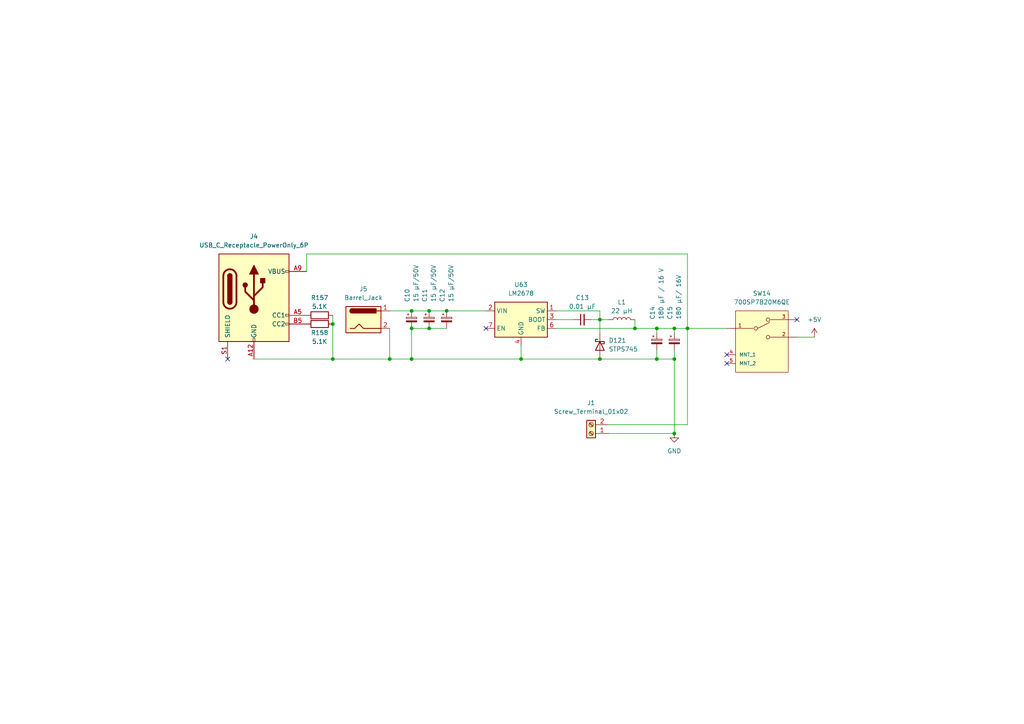
<source format=kicad_sch>
(kicad_sch (version 20230121) (generator eeschema)
  (paper "A4")
  (title_block (title "Power Delivery") (date "2023-07-19") (rev "1"))
  (lib_symbols
    (symbol "Connector:Barrel_Jack" (pin_names (offset 1.016))
      (property "Reference" "J" (at 0 5.334 0))
      (property "Value" "Barrel_Jack" (at 0 -5.08 0))
      (symbol "Barrel_Jack_0_1"
        (rectangle (start -5.08 3.81) (end 5.08 -3.81) (stroke (width 0.254)) (fill (type background)))
        (arc (start -3.302 3.175) (mid -3.9343 2.54) (end -3.302 1.905) (stroke (width 0.254)))
        (arc (start -3.302 3.175) (mid -3.9343 2.54) (end -3.302 1.905) (stroke (width 0.254)) (fill (type outline)))
        (polyline (pts (xy 5.08 2.54) (xy 3.81 2.54)) (stroke (width 0.254)))
        (polyline (pts (xy -3.81 -2.54) (xy -2.54 -2.54) (xy -1.27 -1.27) (xy 0 -2.54) (xy 2.54 -2.54) (xy 5.08 -2.54)) (stroke (width 0.254)))
        (rectangle (start 3.683 3.175) (end -3.302 1.905) (stroke (width 0.254)) (fill (type outline)))
      )
      (symbol "Barrel_Jack_1_1"
        (pin passive line (at 7.62 2.54 180) (length 2.54) (name "~") (number "1"))
        (pin passive line (at 7.62 -2.54 180) (length 2.54) (name "~") (number "2"))
      )
    )
    (symbol "Connector:Screw_Terminal_01x02" (pin_names (offset 1.016) hide)
      (property "Reference" "J" (at 0 2.54 0))
      (property "Value" "Screw_Terminal_01x02" (at 0 -5.08 0))
      (symbol "Screw_Terminal_01x02_1_1"
        (rectangle (start -1.27 1.27) (end 1.27 -3.81) (stroke (width 0.254)) (fill (type background)))
        (circle (center 0 -2.54) (radius 0.635) (stroke (width 0.1524)))
        (polyline (pts (xy -0.5334 -2.2098) (xy 0.3302 -3.048)) (stroke (width 0.1524)))
        (polyline (pts (xy -0.5334 0.3302) (xy 0.3302 -0.508)) (stroke (width 0.1524)))
        (polyline (pts (xy -0.3556 -2.032) (xy 0.508 -2.8702)) (stroke (width 0.1524)))
        (polyline (pts (xy -0.3556 0.508) (xy 0.508 -0.3302)) (stroke (width 0.1524)))
        (circle (center 0 0) (radius 0.635) (stroke (width 0.1524)))
        (pin passive line (at -5.08 0 0) (length 3.81) (name "Pin_1") (number "1"))
        (pin passive line (at -5.08 -2.54 0) (length 3.81) (name "Pin_2") (number "2"))
      )
    )
    (symbol "Connector:USB_C_Receptacle_PowerOnly_6P" (pin_names (offset 1.016))
      (property "Reference" "J" (at 0 16.51 0))
      (property "Value" "USB_C_Receptacle_PowerOnly_6P" (at 0 13.97 0))
      (symbol "USB_C_Receptacle_PowerOnly_6P_0_0"
        (rectangle (start -0.254 -12.7) (end 0.254 -11.684))
        (rectangle (start 10.16 -7.366) (end 9.144 -7.874))
        (rectangle (start 10.16 -4.826) (end 9.144 -5.334))
        (rectangle (start 10.16 7.874) (end 9.144 7.366))
      )
      (symbol "USB_C_Receptacle_PowerOnly_6P_0_1"
        (rectangle (start -10.16 12.7) (end 10.16 -12.7) (stroke (width 0.254)) (fill (type background)))
        (arc (start -8.89 -1.27) (mid -6.985 -3.1667) (end -5.08 -1.27) (stroke (width 0.508)))
        (arc (start -7.62 -1.27) (mid -6.985 -1.9023) (end -6.35 -1.27) (stroke (width 0.254)))
        (arc (start -7.62 -1.27) (mid -6.985 -1.9023) (end -6.35 -1.27) (stroke (width 0.254)) (fill (type outline)))
        (rectangle (start -7.62 -1.27) (end -6.35 6.35) (stroke (width 0.254)) (fill (type outline)))
        (arc (start -6.35 6.35) (mid -6.985 6.9823) (end -7.62 6.35) (stroke (width 0.254)))
        (arc (start -6.35 6.35) (mid -6.985 6.9823) (end -7.62 6.35) (stroke (width 0.254)) (fill (type outline)))
        (arc (start -5.08 6.35) (mid -6.985 8.2467) (end -8.89 6.35) (stroke (width 0.508)))
        (circle (center -2.54 3.683) (radius 0.635) (stroke (width 0.254)) (fill (type outline)))
        (circle (center 0 -3.302) (radius 1.27) (fill (type outline)))
        (polyline (pts (xy -8.89 -1.27) (xy -8.89 6.35)) (stroke (width 0.508)))
        (polyline (pts (xy -5.08 6.35) (xy -5.08 -1.27)) (stroke (width 0.508)))
        (polyline (pts (xy 0 -3.302) (xy 0 6.858)) (stroke (width 0.508)))
        (polyline (pts (xy 0 -0.762) (xy -2.54 1.778) (xy -2.54 3.048)) (stroke (width 0.508)))
        (polyline (pts (xy 0 0.508) (xy 2.54 3.048) (xy 2.54 4.318)) (stroke (width 0.508)))
        (polyline (pts (xy -1.27 6.858) (xy 0 9.398) (xy 1.27 6.858) (xy -1.27 6.858)) (stroke (width 0.254)) (fill (type outline)))
        (rectangle (start 1.905 4.318) (end 3.175 5.588) (stroke (width 0.254)) (fill (type outline)))
      )
      (symbol "USB_C_Receptacle_PowerOnly_6P_1_1"
        (pin passive line (at 0 -17.78 90) (length 5.08) (name "GND") (number "A12"))
        (pin bidirectional line (at 15.24 -5.08 180) (length 5.08) (name "CC1") (number "A5"))
        (pin passive line (at 15.24 7.62 180) (length 5.08) (name "VBUS") (number "A9"))
        (pin passive line (at 0 -17.78 90) (length 5.08) hide (name "GND") (number "B12"))
        (pin bidirectional line (at 15.24 -7.62 180) (length 5.08) (name "CC2") (number "B5"))
        (pin passive line (at 15.24 7.62 180) (length 5.08) hide (name "VBUS") (number "B9"))
        (pin passive line (at -7.62 -17.78 90) (length 5.08) (name "SHIELD") (number "S1"))
      )
    )
    (symbol "Device:C_Polarized_Small" (pin_numbers hide) (pin_names (offset 0.254) hide)
      (property "Reference" "C" (at 0.254 1.778 0))
      (property "Value" "C_Polarized_Small" (at 0.254 -2.032 0))
      (symbol "C_Polarized_Small_0_1"
        (rectangle (start -1.524 -0.3048) (end 1.524 -0.6858) (fill (type outline)))
        (rectangle (start -1.524 0.6858) (end 1.524 0.3048))
        (polyline (pts (xy -1.27 1.524) (xy -0.762 1.524)))
        (polyline (pts (xy -1.016 1.27) (xy -1.016 1.778)))
      )
      (symbol "C_Polarized_Small_1_1"
        (pin passive line (at 0 2.54 270) (length 1.8542) (name "~") (number "1"))
        (pin passive line (at 0 -2.54 90) (length 1.8542) (name "~") (number "2"))
      )
    )
    (symbol "Device:C_Small" (pin_numbers hide) (pin_names (offset 0.254) hide)
      (property "Reference" "C" (at 0.254 1.778 0))
      (property "Value" "C_Small" (at 0.254 -2.032 0))
      (symbol "C_Small_0_1"
        (polyline (pts (xy -1.524 -0.508) (xy 1.524 -0.508)) (stroke (width 0.3302)))
        (polyline (pts (xy -1.524 0.508) (xy 1.524 0.508)) (stroke (width 0.3048)))
      )
      (symbol "C_Small_1_1"
        (pin passive line (at 0 2.54 270) (length 2.032) (name "~") (number "1"))
        (pin passive line (at 0 -2.54 90) (length 2.032) (name "~") (number "2"))
      )
    )
    (symbol "Device:D_Schottky" (pin_numbers hide) (pin_names (offset 1.016) hide)
      (property "Reference" "D" (at 0 2.54 0))
      (property "Value" "D_Schottky" (at 0 -2.54 0))
      (symbol "D_Schottky_0_1"
        (polyline (pts (xy 1.27 0) (xy -1.27 0)))
        (polyline (pts (xy 1.27 1.27) (xy 1.27 -1.27) (xy -1.27 0) (xy 1.27 1.27)) (stroke (width 0.254)))
        (polyline (pts (xy -1.905 0.635) (xy -1.905 1.27) (xy -1.27 1.27) (xy -1.27 -1.27) (xy -0.635 -1.27) (xy -0.635 -0.635)) (stroke (width 0.254)))
      )
      (symbol "D_Schottky_1_1"
        (pin passive line (at -3.81 0 0) (length 2.54) (name "K") (number "1"))
        (pin passive line (at 3.81 0 180) (length 2.54) (name "A") (number "2"))
      )
    )
    (symbol "Device:L" (pin_numbers hide) (pin_names (offset 1.016) hide)
      (property "Reference" "L" (at -1.27 0 90))
      (property "Value" "L" (at 1.905 0 90))
      (symbol "L_0_1"
        (arc (start 0 -2.54) (mid 0.6323 -1.905) (end 0 -1.27))
        (arc (start 0 -1.27) (mid 0.6323 -0.635) (end 0 0))
        (arc (start 0 0) (mid 0.6323 0.635) (end 0 1.27))
        (arc (start 0 1.27) (mid 0.6323 1.905) (end 0 2.54))
      )
      (symbol "L_1_1"
        (pin passive line (at 0 3.81 270) (length 1.27) (name "1") (number "1"))
        (pin passive line (at 0 -3.81 90) (length 1.27) (name "2") (number "2"))
      )
    )
    (symbol "Device:R" (pin_numbers hide) (pin_names (offset 0))
      (property "Reference" "R" (at 2.032 0 90))
      (property "Value" "R" (at 0 0 90))
      (symbol "R_0_1"
        (rectangle (start -1.016 -2.54) (end 1.016 2.54) (stroke (width 0.254)))
      )
      (symbol "R_1_1"
        (pin passive line (at 0 3.81 270) (length 1.27) (name "~") (number "1"))
        (pin passive line (at 0 -3.81 90) (length 1.27) (name "~") (number "2"))
      )
    )
    (symbol "Parallel_EEPROM:700SP7B20M6QE" (pin_names (offset 1.016))
      (property "Reference" "SW" (at 0 7.62 0))
      (property "Value" "700SP7B20M6QE" (at 0 10.16 0))
      (symbol "700SP7B20M6QE_1_1"
        (polyline (pts (xy 12.446 1.778) (xy 8.89 0)))
        (rectangle (start 2.54 5.08) (end 17.78 -12.7) (fill (type background)))
        (circle (center 8.382 0) (radius 0.508))
        (circle (center 11.938 -2.54) (radius 0.508))
        (circle (center 11.938 2.54) (radius 0.508))
        (pin passive line (at 0 0 0) (length 7.62) (name "C") (number "1"))
        (pin passive line (at 20.32 -2.54 180) (length 7.62) (name "NO") (number "2"))
        (pin passive line (at 20.32 2.54 180) (length 7.62) (name "NC") (number "3"))
        (pin passive line (at 0 -7.62 0) (length 2.54) (name "MNT_1") (number "4"))
        (pin passive line (at 0 -10.16 0) (length 2.54) (name "MNT_2") (number "5"))
      )
    )
    (symbol "Regulator_Switching:LM22678TJ-5"
      (property "Reference" "U" (at -6.35 6.35 0))
      (property "Value" "LM22678TJ-5" (at 5.08 6.35 0))
      (symbol "LM22678TJ-5_0_1"
        (rectangle (start -7.62 5.08) (end 7.62 -5.08) (stroke (width 0.254)) (fill (type background)))
      )
      (symbol "LM22678TJ-5_1_1"
        (pin power_out line (at 10.16 2.54 180) (length 2.54) (name "SW") (number "1"))
        (pin power_in line (at -10.16 2.54 0) (length 2.54) (name "VIN") (number "2"))
        (pin passive line (at 10.16 0 180) (length 2.54) (name "BOOT") (number "3"))
        (pin power_in line (at 0 -7.62 90) (length 2.54) (name "GND") (number "4"))
        (pin no_connect line (at -7.62 0 0) (length 2.54) hide (name "NC") (number "5"))
        (pin input line (at 10.16 -2.54 180) (length 2.54) (name "FB") (number "6"))
        (pin input line (at -10.16 -2.54 0) (length 2.54) (name "EN") (number "7"))
        (pin passive line (at 0 -7.62 90) (length 2.54) hide (name "GND") (number "8"))
      )
    )
    (symbol "power:+5V" (power) (pin_names (offset 0))
      (property "Value" "+5V" (at 0 3.556 0))
      (symbol "+5V_0_1"
        (polyline (pts (xy -0.762 1.27) (xy 0 2.54)))
        (polyline (pts (xy 0 0) (xy 0 2.54)))
        (polyline (pts (xy 0 2.54) (xy 0.762 1.27)))
      )
      (symbol "+5V_1_1"
        (pin power_in line (at 0 0 90) (length 0) hide (name "+5V") (number "1"))
      )
    )
    (symbol "power:GND" (power) (pin_names (offset 0))
      (property "Value" "GND" (at 0 -3.81 0))
      (symbol "GND_0_1"
        (polyline (pts (xy 0 0) (xy 0 -1.27) (xy 1.27 -1.27) (xy 0 -2.54) (xy -1.27 -1.27) (xy 0 -1.27)))
      )
      (symbol "GND_1_1"
        (pin power_in line (at 0 0 270) (length 0) hide (name "GND") (number "1"))
      )
    )
  )
  (junction (at 96.52 93.98))
  (junction (at 195.58 95.25))
  (junction (at 184.15 95.25))
  (junction (at 96.52 104.14))
  (junction (at 151.13 104.14))
  (junction (at 173.99 104.14))
  (junction (at 119.38 95.25))
  (junction (at 119.38 90.17))
  (junction (at 195.58 125.73))
  (junction (at 124.46 95.25))
  (junction (at 124.46 90.17))
  (junction (at 173.99 92.71))
  (junction (at 129.54 90.17))
  (junction (at 190.5 95.25))
  (junction (at 113.03 104.14))
  (junction (at 195.58 104.14))
  (junction (at 199.39 95.25))
  (junction (at 119.38 104.14))
  (junction (at 190.5 104.14))
  (no_connect (at 210.82 102.87))
  (no_connect (at 231.14 92.71))
  (no_connect (at 66.04 104.14))
  (no_connect (at 140.97 95.25))
  (no_connect (at 210.82 105.41))
  (wire (pts (xy 176.53 92.71) (xy 173.99 92.71)))
  (wire (pts (xy 173.99 92.71) (xy 173.99 96.52)))
  (wire (pts (xy 113.03 104.14) (xy 119.38 104.14)))
  (wire (pts (xy 119.38 104.14) (xy 151.13 104.14)))
  (wire (pts (xy 119.38 95.25) (xy 124.46 95.25)))
  (wire (pts (xy 96.52 91.44) (xy 96.52 93.98)))
  (wire (pts (xy 161.29 90.17) (xy 173.99 90.17)))
  (wire (pts (xy 199.39 95.25) (xy 195.58 95.25)))
  (wire (pts (xy 96.52 104.14) (xy 113.03 104.14)))
  (wire (pts (xy 173.99 90.17) (xy 173.99 92.71)))
  (wire (pts (xy 190.5 95.25) (xy 190.5 96.52)))
  (wire (pts (xy 151.13 104.14) (xy 151.13 100.33)))
  (wire (pts (xy 124.46 90.17) (xy 129.54 90.17)))
  (wire (pts (xy 190.5 101.6) (xy 190.5 104.14)))
  (wire (pts (xy 199.39 95.25) (xy 210.82 95.25)))
  (wire (pts (xy 113.03 95.25) (xy 113.03 104.14)))
  (wire (pts (xy 88.9 78.74) (xy 88.9 73.66)))
  (wire (pts (xy 96.52 104.14) (xy 73.66 104.14)))
  (wire (pts (xy 190.5 95.25) (xy 195.58 95.25)))
  (wire (pts (xy 161.29 95.25) (xy 184.15 95.25)))
  (wire (pts (xy 119.38 90.17) (xy 124.46 90.17)))
  (wire (pts (xy 199.39 123.19) (xy 199.39 95.25)))
  (wire (pts (xy 161.29 92.71) (xy 166.37 92.71)))
  (wire (pts (xy 113.03 90.17) (xy 119.38 90.17)))
  (wire (pts (xy 176.53 123.19) (xy 199.39 123.19)))
  (wire (pts (xy 195.58 125.73) (xy 195.58 104.14)))
  (wire (pts (xy 184.15 95.25) (xy 190.5 95.25)))
  (wire (pts (xy 129.54 90.17) (xy 140.97 90.17)))
  (wire (pts (xy 173.99 104.14) (xy 151.13 104.14)))
  (wire (pts (xy 124.46 95.25) (xy 129.54 95.25)))
  (wire (pts (xy 88.9 73.66) (xy 199.39 73.66)))
  (wire (pts (xy 195.58 95.25) (xy 195.58 96.52)))
  (wire (pts (xy 119.38 95.25) (xy 119.38 104.14)))
  (wire (pts (xy 190.5 104.14) (xy 195.58 104.14)))
  (wire (pts (xy 195.58 104.14) (xy 195.58 101.6)))
  (wire (pts (xy 231.14 97.79) (xy 236.22 97.79)))
  (wire (pts (xy 176.53 125.73) (xy 195.58 125.73)))
  (wire (pts (xy 184.15 95.25) (xy 184.15 92.71)))
  (wire (pts (xy 199.39 73.66) (xy 199.39 95.25)))
  (wire (pts (xy 173.99 92.71) (xy 171.45 92.71)))
  (wire (pts (xy 96.52 93.98) (xy 96.52 104.14)))
  (wire (pts (xy 173.99 104.14) (xy 190.5 104.14)))
  (symbol (lib_id "Connector:Screw_Terminal_01x02") (at 171.45 125.73 180) (unit 1)
    (property "Reference" "J1" (at 171.45 116.84 0))
    (property "Value" "Screw_Terminal_01x02" (at 171.45 119.38 0))
    (property "Footprint" "TerminalBlock_Phoenix:TerminalBlock_Phoenix_MKDS-1,5-2_1x02_P5.00mm_Horizontal" (effects hide))
  )
  (symbol (lib_id "Device:D_Schottky") (at 173.99 100.33 90) (mirror x) (unit 1)
    (property "Reference" "D121" (at 176.53 98.7425 90) (effects (justify right)))
    (property "Value" "STPS745" (at 176.53 101.2825 90) (effects (justify right)))
    (property "Footprint" "Package_TO_SOT_THT:TO-220-2_Horizontal_TabDown" (effects hide))
  )
  (symbol (lib_id "Regulator_Switching:LM22678TJ-5") (at 151.13 92.71 0) (unit 1)
    (property "Reference" "U63" (at 151.13 82.55 0))
    (property "Value" "LM2678" (at 151.13 85.09 0))
    (property "Footprint" "Package_TO_SOT_SMD:TO-263-7_TabPin8" (effects hide))
    (property "Datasheet" "https://www.ti.com/lit/ds/symlink/lm22678.pdf" (effects hide))
  )
  (symbol (lib_id "Connector:USB_C_Receptacle_PowerOnly_6P") (at 73.66 86.36 0) (unit 1)
    (property "Reference" "J4" (at 73.66 68.58 0))
    (property "Value" "USB_C_Receptacle_PowerOnly_6P" (at 73.66 71.12 0))
    (property "Footprint" "Connector_USB:USB_C_Receptacle_GCT_USB4085" (effects hide))
    (property "Datasheet" "https://www.usb.org/sites/default/files/documents/usb_type-c.zip" (effects hide))
  )
  (symbol (lib_id "Device:R") (at 92.71 91.44 90) (unit 1)
    (property "Reference" "R157" (at 92.71 86.36 90))
    (property "Value" "5.1K" (at 92.71 88.9 90))
    (property "Footprint" "Resistor_SMD:R_1206_3216Metric_Pad1.30x1.75mm_HandSolder" (effects hide))
  )
  (symbol (lib_id "Device:R") (at 92.71 93.98 90) (unit 1)
    (property "Reference" "R158" (at 92.71 96.52 90))
    (property "Value" "5.1K" (at 92.71 99.06 90))
    (property "Footprint" "Resistor_SMD:R_1206_3216Metric_Pad1.30x1.75mm_HandSolder" (effects hide))
  )
  (symbol (lib_id "Device:C_Small") (at 168.91 92.71 90) (unit 1)
    (property "Reference" "C13" (at 168.9163 86.36 90))
    (property "Value" "0.01 µF" (at 168.9163 88.9 90))
    (property "Footprint" "Capacitor_SMD:C_1206_3216Metric" (effects hide))
  )
  (symbol (lib_id "Device:C_Polarized_Small") (at 195.58 99.06 0) (unit 1)
    (property "Reference" "C15" (at 194.31 92.71 90) (effects (justify left)))
    (property "Value" "180 µF/ 16V" (at 196.85 92.71 90) (effects (justify left)))
    (property "Footprint" "Capacitor_THT:CP_Radial_D6.3mm_P2.50mm" (effects hide))
  )
  (symbol (lib_id "Device:C_Polarized_Small") (at 124.46 92.71 0) (unit 1)
    (property "Reference" "C11" (at 123.19 87.63 90) (effects (justify left)))
    (property "Value" "15 µF/50V" (at 125.73 87.63 90) (effects (justify left)))
    (property "Footprint" "Capacitor_THT:CP_Radial_D5.0mm_P2.00mm" (effects hide))
  )
  (symbol (lib_id "Device:C_Polarized_Small") (at 129.54 92.71 0) (unit 1)
    (property "Reference" "C12" (at 128.27 87.63 90) (effects (justify left)))
    (property "Value" "15 µF/50V" (at 130.81 87.63 90) (effects (justify left)))
    (property "Footprint" "Capacitor_THT:CP_Radial_D5.0mm_P2.00mm" (effects hide))
  )
  (symbol (lib_id "Device:C_Polarized_Small") (at 190.5 99.06 0) (unit 1)
    (property "Reference" "C14" (at 189.23 92.71 90) (effects (justify left)))
    (property "Value" "180 µF / 16 V" (at 191.77 92.71 90) (effects (justify left)))
    (property "Footprint" "Capacitor_THT:CP_Radial_D6.3mm_P2.50mm" (effects hide))
  )
  (symbol (lib_id "Device:L") (at 180.34 92.71 90) (unit 1)
    (property "Reference" "L1" (at 180.34 87.63 90))
    (property "Value" "22 µH" (at 180.34 90.17 90))
    (property "Footprint" "Inductor_THT:L_Radial_D12.0mm_P10.00mm_Neosid_SD12_style1" (effects hide))
  )
  (symbol (lib_id "Connector:Barrel_Jack") (at 105.41 92.71 0) (unit 1)
    (property "Reference" "J5" (at 105.41 83.82 0))
    (property "Value" "Barrel_Jack" (at 105.41 86.36 0))
    (property "Footprint" "Connector_BarrelJack:BarrelJack_GCT_DCJ200-10-A_Horizontal" (effects hide))
  )
  (symbol (lib_id "Device:C_Polarized_Small") (at 119.38 92.71 0) (unit 1)
    (property "Reference" "C10" (at 118.11 87.63 90) (effects (justify left)))
    (property "Value" "15 µF/50V" (at 120.65 87.63 90) (effects (justify left)))
    (property "Footprint" "Capacitor_THT:CP_Radial_D5.0mm_P2.00mm" (effects hide))
  )
  (symbol (lib_id "power:GND") (at 195.58 125.73 0) (unit 1)
    (property "Reference" "#PWR0115" (effects hide))
    (property "Value" "GND" (at 195.58 130.81 0))
  )
  (symbol (lib_id "Parallel_EEPROM:700SP7B20M6QE") (at 210.82 95.25 0) (unit 1)
    (property "Reference" "SW14" (at 220.98 85.09 0))
    (property "Value" "700SP7B20M6QE" (at 220.98 87.63 0))
    (property "Footprint" "Footprints:E-Switch-700SP7B20M6QE-0-0-MFG" (effects hide))
    (property "Datasheet" "https://www.e-switch.com/system/asset/product_line/data_sheet/25/700.pdf" (effects hide))
    (property "category" "Switch" (effects hide))
    (property "contact current rating" "3A" (effects hide))
    (property "contact resistance" "20mΩ" (effects hide))
    (property "device class L1" "Electromechanical" (effects hide))
    (property "device class L2" "Switches" (effects hide))
    (property "device class L3" "Pushbutton Switches" (effects hide))
    (property "digikey description" "SWITCH PUSHBUTTON SPDT 3A 120V" (effects hide))
    (property "digikey part number" "EG2596-ND" (effects hide))
    (property "electromechanical life" "50000Cycles" (effects hide))
    (property "footprint url" "http://spec_sheets.e-switch.com/specs/T711010.pdf" (effects hide))
    (property "height" "7.11mm" (effects hide))
    (property "lead free" "yes" (effects hide))
    (property "library id" "11980a23e133d2f3" (effects hide))
    (property "manufacturer" "E-Switch" (effects hide))
    (property "mouser description" "Pushbutton Switches 3A @ 125 VAC/28 VDC On-(On) SPDT DPDT" (effects hide))
    (property "mouser part number" "612-700SP7B20M6QE" (effects hide))
    (property "operating force" "300gf" (effects hide))
    (property "package" "PTH_PSW_25MM89_12MM70" (effects hide))
    (property "rohs" "yes" (effects hide))
    (property "temperature range high" "+85°C" (effects hide))
    (property "temperature range low" "-30°C" (effects hide))
    (property "throw configuration" "SPDT" (effects hide))
    (property "voltage rating AC" "250V" (effects hide))
    (property "voltage rating DC" "28V" (effects hide))
  )
  (symbol (lib_id "power:+5V") (at 236.22 97.79 0) (unit 1)
    (property "Reference" "#PWR0116" (effects hide))
    (property "Value" "+5V" (at 236.22 92.71 0))
  )
)
</source>
